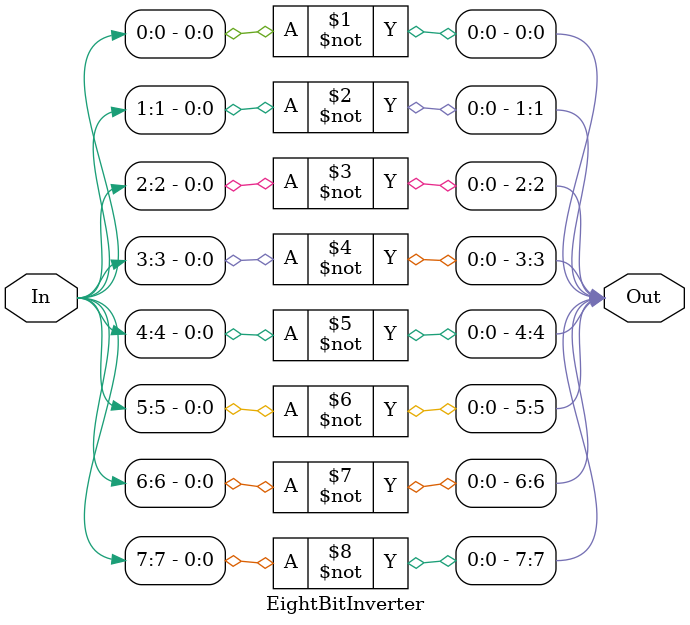
<source format=v>
`timescale 1ns / 1ps

module EightBitInverter( // takes an entier 8 bit bus and inverts it 
    
    output [7:0] Out,
    input [7:0] In
    );

    not not0(Out[0], In[0]);
    not not1(Out[1], In[1]);
    not not2(Out[2], In[2]);
    not not3(Out[3], In[3]);

    not not4(Out[4], In[4]);
    not not5(Out[5], In[5]);
    not not6(Out[6], In[6]);
    not not7(Out[7], In[7]);

endmodule

</source>
